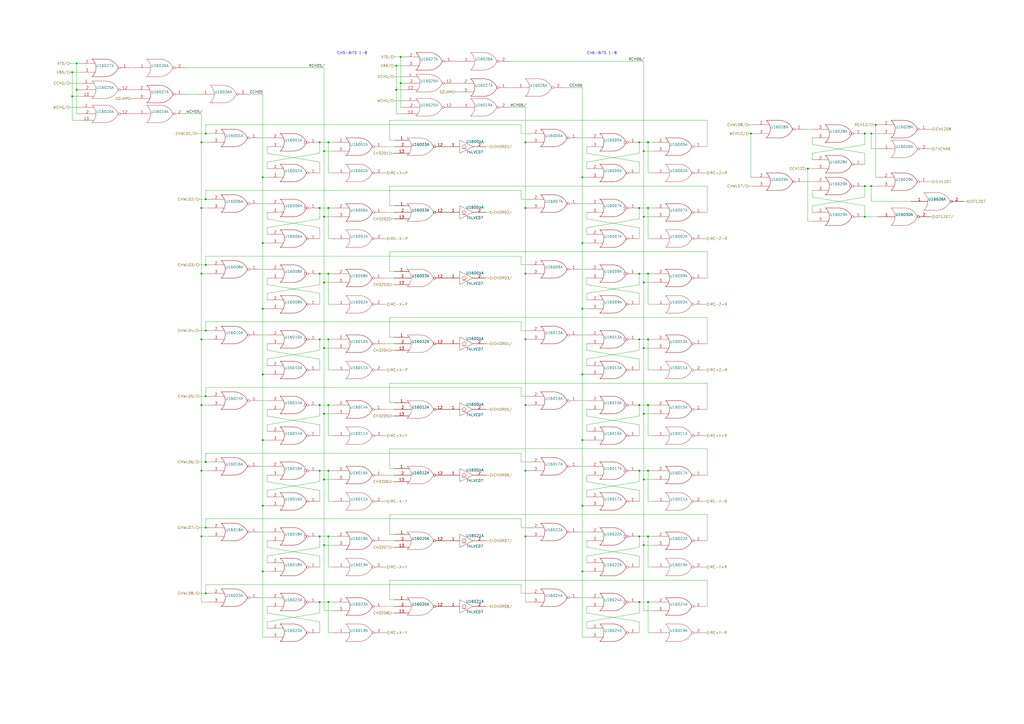
<source format=kicad_sch>
(kicad_sch (version 20211123) (generator eeschema)
  (paper "A2")
  (junction (at 152.4 179.07))
  (junction (at 116.84 196.85))
  (junction (at 370.84 82.55))
  (junction (at 119.38 115.57))
  (junction (at 229.87 52.07))
  (junction (at 190.5 196.85))
  (junction (at 187.96 278.13))
  (junction (at 373.38 87.63))
  (junction (at 375.92 273.05))
  (junction (at 116.84 82.55))
  (junction (at 119.38 306.07))
  (junction (at 185.42 273.05))
  (junction (at 44.45 52.07))
  (junction (at 185.42 120.65))
  (junction (at 190.5 82.55))
  (junction (at 337.82 102.87))
  (junction (at 375.92 196.85))
  (junction (at 190.5 311.15))
  (junction (at 337.82 255.27))
  (junction (at 190.5 158.75))
  (junction (at 304.8 234.95))
  (junction (at 41.91 55.88))
  (junction (at 435.61 77.47))
  (junction (at 304.8 196.85))
  (junction (at 116.84 273.05))
  (junction (at 505.46 77.47))
  (junction (at 375.92 311.15))
  (junction (at 468.63 97.79))
  (junction (at 370.84 234.95))
  (junction (at 373.38 125.73))
  (junction (at 370.84 349.25))
  (junction (at 373.38 316.23))
  (junction (at 375.92 120.65))
  (junction (at 304.8 311.15))
  (junction (at 375.92 234.95))
  (junction (at 187.96 240.03))
  (junction (at 119.38 267.97))
  (junction (at 187.96 316.23))
  (junction (at 375.92 158.75))
  (junction (at 304.8 82.55))
  (junction (at 116.84 311.15))
  (junction (at 185.42 82.55))
  (junction (at 116.84 234.95))
  (junction (at 501.65 77.47))
  (junction (at 373.38 201.93))
  (junction (at 185.42 349.25))
  (junction (at 370.84 120.65))
  (junction (at 44.45 36.83))
  (junction (at 337.82 331.47))
  (junction (at 370.84 158.75))
  (junction (at 152.4 217.17))
  (junction (at 119.38 229.87))
  (junction (at 232.41 33.02))
  (junction (at 187.96 125.73))
  (junction (at 229.87 38.1))
  (junction (at 373.38 163.83))
  (junction (at 370.84 311.15))
  (junction (at 501.65 125.73))
  (junction (at 190.5 273.05))
  (junction (at 190.5 120.65))
  (junction (at 185.42 311.15))
  (junction (at 508 72.39))
  (junction (at 116.84 120.65))
  (junction (at 152.4 331.47))
  (junction (at 375.92 82.55))
  (junction (at 187.96 201.93))
  (junction (at 185.42 234.95))
  (junction (at 190.5 234.95))
  (junction (at 187.96 87.63))
  (junction (at 370.84 273.05))
  (junction (at 337.82 179.07))
  (junction (at 375.92 349.25))
  (junction (at 119.38 344.17))
  (junction (at 119.38 153.67))
  (junction (at 373.38 240.03))
  (junction (at 190.5 349.25))
  (junction (at 119.38 77.47))
  (junction (at 232.41 48.26))
  (junction (at 152.4 102.87))
  (junction (at 304.8 273.05))
  (junction (at 505.46 107.95))
  (junction (at 373.38 278.13))
  (junction (at 152.4 293.37))
  (junction (at 116.84 158.75))
  (junction (at 337.82 217.17))
  (junction (at 185.42 196.85))
  (junction (at 304.8 120.65))
  (junction (at 337.82 293.37))
  (junction (at 152.4 140.97))
  (junction (at 119.38 191.77))
  (junction (at 304.8 158.75))
  (junction (at 185.42 158.75))
  (junction (at 337.82 140.97))
  (junction (at 41.91 41.91))
  (junction (at 501.65 107.95))
  (junction (at 187.96 163.83))
  (junction (at 370.84 196.85))
  (junction (at 152.4 255.27))
  (wire (pts (xy 304.8 234.95) (xy 304.8 273.05)))
  (wire (pts (xy 185.42 93.98) (xy 154.94 88.9)))
  (wire (pts (xy 302.26 339.09) (xy 302.26 344.17)))
  (wire (pts (xy 232.41 48.26) (xy 233.68 48.26)))
  (wire (pts (xy 370.84 311.15) (xy 370.84 317.5)))
  (wire (pts (xy 185.42 82.55) (xy 185.42 88.9)))
  (wire (pts (xy 151.13 156.21) (xy 154.94 156.21)))
  (wire (pts (xy 284.48 123.19) (xy 281.94 123.19)))
  (wire (pts (xy 226.06 222.25) (xy 226.06 233.68)))
  (wire (pts (xy 370.84 241.3) (xy 340.36 246.38)))
  (wire (pts (xy 185.42 234.95) (xy 190.5 234.95)))
  (wire (pts (xy 375.92 176.53) (xy 378.46 176.53)))
  (wire (pts (xy 506.73 72.39) (xy 508 72.39)))
  (wire (pts (xy 370.84 120.65) (xy 375.92 120.65)))
  (wire (pts (xy 370.84 246.38) (xy 340.36 241.3)))
  (wire (pts (xy 226.06 298.45) (xy 226.06 309.88)))
  (wire (pts (xy 264.16 62.23) (xy 265.43 62.23)))
  (wire (pts (xy 154.94 208.28) (xy 154.94 212.09)))
  (wire (pts (xy 152.4 331.47) (xy 152.4 369.57)))
  (wire (pts (xy 370.84 360.68) (xy 340.36 355.6)))
  (wire (pts (xy 41.91 41.91) (xy 45.72 41.91)))
  (wire (pts (xy 116.84 273.05) (xy 120.65 273.05)))
  (wire (pts (xy 187.96 240.03) (xy 187.96 278.13)))
  (wire (pts (xy 375.92 82.55) (xy 378.46 82.55)))
  (wire (pts (xy 340.36 102.87) (xy 337.82 102.87)))
  (wire (pts (xy 185.42 100.33) (xy 185.42 93.98)))
  (wire (pts (xy 119.38 77.47) (xy 119.38 72.39)))
  (wire (pts (xy 223.52 313.69) (xy 228.6 313.69)))
  (wire (pts (xy 435.61 102.87) (xy 436.88 102.87)))
  (wire (pts (xy 304.8 120.65) (xy 306.07 120.65)))
  (wire (pts (xy 190.5 273.05) (xy 193.04 273.05)))
  (wire (pts (xy 190.5 367.03) (xy 193.04 367.03)))
  (wire (pts (xy 233.68 58.42) (xy 228.6 58.42)))
  (wire (pts (xy 151.13 308.61) (xy 154.94 308.61)))
  (wire (pts (xy 501.65 114.3) (xy 471.17 119.38)))
  (wire (pts (xy 190.5 349.25) (xy 190.5 367.03)))
  (wire (pts (xy 471.17 114.3) (xy 471.17 110.49)))
  (wire (pts (xy 119.38 306.07) (xy 119.38 300.99)))
  (wire (pts (xy 152.4 179.07) (xy 152.4 217.17)))
  (wire (pts (xy 116.84 120.65) (xy 120.65 120.65)))
  (wire (pts (xy 337.82 50.8) (xy 327.66 50.8)))
  (wire (pts (xy 370.84 196.85) (xy 375.92 196.85)))
  (wire (pts (xy 154.94 127) (xy 154.94 123.19)))
  (wire (pts (xy 509.27 102.87) (xy 508 102.87)))
  (wire (pts (xy 375.92 367.03) (xy 378.46 367.03)))
  (wire (pts (xy 119.38 115.57) (xy 119.38 110.49)))
  (wire (pts (xy 40.64 36.83) (xy 44.45 36.83)))
  (wire (pts (xy 561.34 116.84) (xy 558.8 116.84)))
  (wire (pts (xy 373.38 278.13) (xy 373.38 316.23)))
  (wire (pts (xy 304.8 349.25) (xy 306.07 349.25)))
  (wire (pts (xy 228.6 33.02) (xy 232.41 33.02)))
  (wire (pts (xy 229.87 38.1) (xy 229.87 52.07)))
  (wire (pts (xy 370.84 208.28) (xy 340.36 203.2)))
  (wire (pts (xy 44.45 52.07) (xy 44.45 66.04)))
  (wire (pts (xy 340.36 127) (xy 340.36 123.19)))
  (wire (pts (xy 45.72 48.26) (xy 40.64 48.26)))
  (wire (pts (xy 337.82 179.07) (xy 340.36 179.07)))
  (wire (pts (xy 185.42 273.05) (xy 190.5 273.05)))
  (wire (pts (xy 302.26 110.49) (xy 302.26 115.57)))
  (wire (pts (xy 370.84 214.63) (xy 370.84 208.28)))
  (wire (pts (xy 410.21 199.39) (xy 410.21 184.15)))
  (wire (pts (xy 185.42 290.83) (xy 185.42 284.48)))
  (wire (pts (xy 185.42 317.5) (xy 154.94 322.58)))
  (wire (pts (xy 306.07 82.55) (xy 304.8 82.55)))
  (wire (pts (xy 336.55 308.61) (xy 340.36 308.61)))
  (wire (pts (xy 304.8 158.75) (xy 306.07 158.75)))
  (wire (pts (xy 190.5 120.65) (xy 193.04 120.65)))
  (wire (pts (xy 336.55 80.01) (xy 340.36 80.01)))
  (wire (pts (xy 190.5 82.55) (xy 193.04 82.55)))
  (wire (pts (xy 227.33 127) (xy 228.6 127)))
  (wire (pts (xy 119.38 229.87) (xy 120.65 229.87)))
  (wire (pts (xy 375.92 234.95) (xy 378.46 234.95)))
  (wire (pts (xy 467.36 74.93) (xy 471.17 74.93)))
  (wire (pts (xy 152.4 217.17) (xy 152.4 255.27)))
  (wire (pts (xy 373.38 35.56) (xy 373.38 87.63)))
  (wire (pts (xy 227.33 203.2) (xy 228.6 203.2)))
  (wire (pts (xy 152.4 140.97) (xy 152.4 179.07)))
  (wire (pts (xy 187.96 354.33) (xy 193.04 354.33)))
  (wire (pts (xy 41.91 55.88) (xy 41.91 69.85)))
  (wire (pts (xy 185.42 252.73) (xy 185.42 246.38)))
  (wire (pts (xy 408.94 123.19) (xy 410.21 123.19)))
  (wire (pts (xy 408.94 199.39) (xy 410.21 199.39)))
  (wire (pts (xy 370.84 170.18) (xy 340.36 165.1)))
  (wire (pts (xy 116.84 158.75) (xy 120.65 158.75)))
  (wire (pts (xy 505.46 107.95) (xy 505.46 116.84)))
  (wire (pts (xy 370.84 284.48) (xy 340.36 279.4)))
  (wire (pts (xy 185.42 328.93) (xy 185.42 322.58)))
  (wire (pts (xy 370.84 279.4) (xy 340.36 284.48)))
  (wire (pts (xy 154.94 317.5) (xy 154.94 313.69)))
  (wire (pts (xy 375.92 311.15) (xy 375.92 328.93)))
  (wire (pts (xy 375.92 214.63) (xy 378.46 214.63)))
  (wire (pts (xy 226.06 184.15) (xy 226.06 195.58)))
  (wire (pts (xy 187.96 39.37) (xy 187.96 87.63)))
  (wire (pts (xy 107.95 54.61) (xy 114.3 54.61)))
  (wire (pts (xy 190.5 290.83) (xy 193.04 290.83)))
  (wire (pts (xy 410.21 123.19) (xy 410.21 107.95)))
  (wire (pts (xy 119.38 72.39) (xy 302.26 72.39)))
  (wire (pts (xy 337.82 50.8) (xy 337.82 102.87)))
  (wire (pts (xy 302.26 115.57) (xy 306.07 115.57)))
  (wire (pts (xy 501.65 77.47) (xy 501.65 83.82)))
  (wire (pts (xy 154.94 246.38) (xy 154.94 250.19)))
  (wire (pts (xy 370.84 273.05) (xy 370.84 279.4)))
  (wire (pts (xy 185.42 120.65) (xy 185.42 127)))
  (wire (pts (xy 115.57 153.67) (xy 119.38 153.67)))
  (wire (pts (xy 375.92 234.95) (xy 375.92 252.73)))
  (wire (pts (xy 541.02 74.93) (xy 539.75 74.93)))
  (wire (pts (xy 304.8 234.95) (xy 306.07 234.95)))
  (wire (pts (xy 41.91 41.91) (xy 41.91 55.88)))
  (wire (pts (xy 115.57 229.87) (xy 119.38 229.87)))
  (wire (pts (xy 340.36 132.08) (xy 340.36 135.89)))
  (wire (pts (xy 116.84 196.85) (xy 120.65 196.85)))
  (wire (pts (xy 408.94 85.09) (xy 410.21 85.09)))
  (wire (pts (xy 340.36 88.9) (xy 340.36 85.09)))
  (wire (pts (xy 302.26 229.87) (xy 306.07 229.87)))
  (wire (pts (xy 116.84 311.15) (xy 116.84 349.25)))
  (wire (pts (xy 116.84 273.05) (xy 116.84 311.15)))
  (wire (pts (xy 119.38 306.07) (xy 120.65 306.07)))
  (wire (pts (xy 505.46 116.84) (xy 528.32 116.84)))
  (wire (pts (xy 229.87 66.04) (xy 233.68 66.04)))
  (wire (pts (xy 226.06 146.05) (xy 226.06 157.48)))
  (wire (pts (xy 151.13 194.31) (xy 154.94 194.31)))
  (wire (pts (xy 116.84 120.65) (xy 116.84 158.75)))
  (wire (pts (xy 115.57 344.17) (xy 119.38 344.17)))
  (wire (pts (xy 505.46 77.47) (xy 509.27 77.47)))
  (wire (pts (xy 119.38 229.87) (xy 119.38 224.79)))
  (wire (pts (xy 370.84 311.15) (xy 375.92 311.15)))
  (wire (pts (xy 190.5 100.33) (xy 193.04 100.33)))
  (wire (pts (xy 185.42 82.55) (xy 190.5 82.55)))
  (wire (pts (xy 151.13 80.01) (xy 154.94 80.01)))
  (wire (pts (xy 185.42 158.75) (xy 190.5 158.75)))
  (wire (pts (xy 190.5 158.75) (xy 190.5 176.53)))
  (wire (pts (xy 375.92 349.25) (xy 378.46 349.25)))
  (wire (pts (xy 152.4 179.07) (xy 154.94 179.07)))
  (wire (pts (xy 119.38 110.49) (xy 302.26 110.49)))
  (wire (pts (xy 410.21 100.33) (xy 408.94 100.33)))
  (wire (pts (xy 302.26 262.89) (xy 302.26 267.97)))
  (wire (pts (xy 185.42 170.18) (xy 154.94 165.1)))
  (wire (pts (xy 185.42 208.28) (xy 154.94 203.2)))
  (wire (pts (xy 226.06 157.48) (xy 228.6 157.48)))
  (wire (pts (xy 44.45 66.04) (xy 45.72 66.04)))
  (wire (pts (xy 410.21 107.95) (xy 226.06 107.95)))
  (wire (pts (xy 154.94 88.9) (xy 154.94 85.09)))
  (wire (pts (xy 119.38 191.77) (xy 120.65 191.77)))
  (wire (pts (xy 373.38 201.93) (xy 373.38 240.03)))
  (wire (pts (xy 410.21 184.15) (xy 226.06 184.15)))
  (wire (pts (xy 116.84 196.85) (xy 116.84 234.95)))
  (wire (pts (xy 501.65 107.95) (xy 501.65 114.3)))
  (wire (pts (xy 375.92 290.83) (xy 378.46 290.83)))
  (wire (pts (xy 370.84 273.05) (xy 375.92 273.05)))
  (wire (pts (xy 302.26 344.17) (xy 306.07 344.17)))
  (wire (pts (xy 223.52 275.59) (xy 228.6 275.59)))
  (wire (pts (xy 370.84 93.98) (xy 340.36 88.9)))
  (wire (pts (xy 190.5 273.05) (xy 190.5 290.83)))
  (wire (pts (xy 284.48 313.69) (xy 281.94 313.69)))
  (wire (pts (xy 375.92 196.85) (xy 378.46 196.85)))
  (wire (pts (xy 154.94 279.4) (xy 154.94 275.59)))
  (wire (pts (xy 284.48 237.49) (xy 281.94 237.49)))
  (wire (pts (xy 115.57 267.97) (xy 119.38 267.97)))
  (wire (pts (xy 337.82 217.17) (xy 340.36 217.17)))
  (wire (pts (xy 370.84 82.55) (xy 370.84 88.9)))
  (wire (pts (xy 370.84 317.5) (xy 340.36 322.58)))
  (wire (pts (xy 434.34 77.47) (xy 435.61 77.47)))
  (wire (pts (xy 190.5 311.15) (xy 193.04 311.15)))
  (wire (pts (xy 373.38 125.73) (xy 373.38 163.83)))
  (wire (pts (xy 190.5 196.85) (xy 193.04 196.85)))
  (wire (pts (xy 370.84 158.75) (xy 370.84 165.1)))
  (wire (pts (xy 190.5 120.65) (xy 190.5 138.43)))
  (wire (pts (xy 337.82 293.37) (xy 337.82 331.47)))
  (wire (pts (xy 187.96 240.03) (xy 193.04 240.03)))
  (wire (pts (xy 408.94 237.49) (xy 410.21 237.49)))
  (wire (pts (xy 370.84 127) (xy 340.36 132.08)))
  (wire (pts (xy 119.38 262.89) (xy 302.26 262.89)))
  (wire (pts (xy 375.92 311.15) (xy 378.46 311.15)))
  (wire (pts (xy 336.55 194.31) (xy 340.36 194.31)))
  (wire (pts (xy 119.38 115.57) (xy 120.65 115.57)))
  (wire (pts (xy 370.84 290.83) (xy 370.84 284.48)))
  (wire (pts (xy 370.84 252.73) (xy 370.84 246.38)))
  (wire (pts (xy 227.33 241.3) (xy 228.6 241.3)))
  (wire (pts (xy 509.27 125.73) (xy 501.65 125.73)))
  (wire (pts (xy 468.63 128.27) (xy 471.17 128.27)))
  (wire (pts (xy 185.42 349.25) (xy 185.42 355.6)))
  (wire (pts (xy 373.38 125.73) (xy 378.46 125.73)))
  (wire (pts (xy 185.42 165.1) (xy 154.94 170.18)))
  (wire (pts (xy 151.13 270.51) (xy 154.94 270.51)))
  (wire (pts (xy 187.96 278.13) (xy 187.96 316.23)))
  (wire (pts (xy 370.84 328.93) (xy 370.84 322.58)))
  (wire (pts (xy 185.42 311.15) (xy 185.42 317.5)))
  (wire (pts (xy 185.42 246.38) (xy 154.94 241.3)))
  (wire (pts (xy 187.96 201.93) (xy 187.96 240.03)))
  (wire (pts (xy 541.02 86.36) (xy 539.75 86.36)))
  (wire (pts (xy 501.65 77.47) (xy 505.46 77.47)))
  (wire (pts (xy 505.46 107.95) (xy 509.27 107.95)))
  (wire (pts (xy 337.82 293.37) (xy 340.36 293.37)))
  (wire (pts (xy 190.5 328.93) (xy 193.04 328.93)))
  (wire (pts (xy 226.06 69.85) (xy 226.06 81.28)))
  (wire (pts (xy 336.55 118.11) (xy 340.36 118.11)))
  (wire (pts (xy 185.42 311.15) (xy 190.5 311.15)))
  (wire (pts (xy 467.36 97.79) (xy 468.63 97.79)))
  (wire (pts (xy 116.84 349.25) (xy 120.65 349.25)))
  (wire (pts (xy 223.52 123.19) (xy 228.6 123.19)))
  (wire (pts (xy 119.38 339.09) (xy 302.26 339.09)))
  (wire (pts (xy 337.82 140.97) (xy 337.82 179.07)))
  (wire (pts (xy 295.91 50.8) (xy 297.18 50.8)))
  (wire (pts (xy 185.42 88.9) (xy 154.94 93.98)))
  (wire (pts (xy 410.21 161.29) (xy 410.21 146.05)))
  (wire (pts (xy 340.36 170.18) (xy 340.36 173.99)))
  (wire (pts (xy 154.94 203.2) (xy 154.94 199.39)))
  (wire (pts (xy 302.26 224.79) (xy 302.26 229.87)))
  (wire (pts (xy 265.43 53.34) (xy 264.16 53.34)))
  (wire (pts (xy 154.94 284.48) (xy 154.94 288.29)))
  (wire (pts (xy 185.42 120.65) (xy 190.5 120.65)))
  (wire (pts (xy 373.38 240.03) (xy 373.38 278.13)))
  (wire (pts (xy 302.26 148.59) (xy 302.26 153.67)))
  (wire (pts (xy 44.45 36.83) (xy 45.72 36.83)))
  (wire (pts (xy 119.38 224.79) (xy 302.26 224.79)))
  (wire (pts (xy 373.38 278.13) (xy 378.46 278.13)))
  (wire (pts (xy 302.26 186.69) (xy 302.26 191.77)))
  (wire (pts (xy 226.06 107.95) (xy 226.06 119.38)))
  (wire (pts (xy 227.33 165.1) (xy 228.6 165.1)))
  (wire (pts (xy 119.38 153.67) (xy 119.38 148.59)))
  (wire (pts (xy 190.5 214.63) (xy 193.04 214.63)))
  (wire (pts (xy 337.82 331.47) (xy 337.82 369.57)))
  (wire (pts (xy 370.84 234.95) (xy 375.92 234.95)))
  (wire (pts (xy 375.92 196.85) (xy 375.92 214.63)))
  (wire (pts (xy 467.36 105.41) (xy 471.17 105.41)))
  (wire (pts (xy 119.38 300.99) (xy 302.26 300.99)))
  (wire (pts (xy 224.79 100.33) (xy 223.52 100.33)))
  (wire (pts (xy 40.64 41.91) (xy 41.91 41.91)))
  (wire (pts (xy 501.65 88.9) (xy 471.17 83.82)))
  (wire (pts (xy 154.94 165.1) (xy 154.94 161.29)))
  (wire (pts (xy 410.21 237.49) (xy 410.21 222.25)))
  (wire (pts (xy 116.84 82.55) (xy 116.84 120.65)))
  (wire (pts (xy 410.21 138.43) (xy 408.94 138.43)))
  (wire (pts (xy 185.42 203.2) (xy 154.94 208.28)))
  (wire (pts (xy 41.91 69.85) (xy 45.72 69.85)))
  (wire (pts (xy 337.82 179.07) (xy 337.82 217.17)))
  (wire (pts (xy 284.48 199.39) (xy 281.94 199.39)))
  (wire (pts (xy 340.36 246.38) (xy 340.36 250.19)))
  (wire (pts (xy 119.38 267.97) (xy 120.65 267.97)))
  (wire (pts (xy 501.65 95.25) (xy 501.65 88.9)))
  (wire (pts (xy 152.4 54.61) (xy 152.4 102.87)))
  (wire (pts (xy 264.16 35.56) (xy 265.43 35.56)))
  (wire (pts (xy 227.33 317.5) (xy 228.6 317.5)))
  (wire (pts (xy 304.8 196.85) (xy 304.8 234.95)))
  (wire (pts (xy 434.34 107.95) (xy 436.88 107.95)))
  (wire (pts (xy 302.26 77.47) (xy 306.07 77.47)))
  (wire (pts (xy 226.06 119.38) (xy 228.6 119.38)))
  (wire (pts (xy 44.45 52.07) (xy 45.72 52.07)))
  (wire (pts (xy 501.65 83.82) (xy 471.17 88.9)))
  (wire (pts (xy 119.38 148.59) (xy 302.26 148.59)))
  (wire (pts (xy 187.96 125.73) (xy 193.04 125.73)))
  (wire (pts (xy 185.42 214.63) (xy 185.42 208.28)))
  (wire (pts (xy 304.8 196.85) (xy 306.07 196.85)))
  (wire (pts (xy 336.55 270.51) (xy 340.36 270.51)))
  (wire (pts (xy 370.84 176.53) (xy 370.84 170.18)))
  (wire (pts (xy 410.21 222.25) (xy 226.06 222.25)))
  (wire (pts (xy 434.34 72.39) (xy 436.88 72.39)))
  (wire (pts (xy 116.84 158.75) (xy 116.84 196.85)))
  (wire (pts (xy 370.84 349.25) (xy 375.92 349.25)))
  (wire (pts (xy 151.13 232.41) (xy 154.94 232.41)))
  (wire (pts (xy 370.84 355.6) (xy 340.36 360.68)))
  (wire (pts (xy 471.17 119.38) (xy 471.17 123.19)))
  (wire (pts (xy 185.42 158.75) (xy 185.42 165.1)))
  (wire (pts (xy 229.87 38.1) (xy 233.68 38.1)))
  (wire (pts (xy 152.4 255.27) (xy 154.94 255.27)))
  (wire (pts (xy 185.42 127) (xy 154.94 132.08)))
  (wire (pts (xy 370.84 165.1) (xy 340.36 170.18)))
  (wire (pts (xy 227.33 279.4) (xy 228.6 279.4)))
  (wire (pts (xy 336.55 346.71) (xy 340.36 346.71)))
  (wire (pts (xy 505.46 86.36) (xy 509.27 86.36)))
  (wire (pts (xy 505.46 77.47) (xy 505.46 86.36)))
  (wire (pts (xy 340.36 165.1) (xy 340.36 161.29)))
  (wire (pts (xy 340.36 317.5) (xy 340.36 313.69)))
  (wire (pts (xy 375.92 252.73) (xy 378.46 252.73)))
  (wire (pts (xy 375.92 349.25) (xy 375.92 367.03)))
  (wire (pts (xy 337.82 331.47) (xy 340.36 331.47)))
  (wire (pts (xy 302.26 306.07) (xy 306.07 306.07)))
  (wire (pts (xy 185.42 132.08) (xy 154.94 127)))
  (wire (pts (xy 375.92 120.65) (xy 375.92 138.43)))
  (wire (pts (xy 304.8 311.15) (xy 306.07 311.15)))
  (wire (pts (xy 284.48 351.79) (xy 281.94 351.79)))
  (wire (pts (xy 152.4 293.37) (xy 154.94 293.37)))
  (wire (pts (xy 284.48 85.09) (xy 281.94 85.09)))
  (wire (pts (xy 226.06 81.28) (xy 228.6 81.28)))
  (wire (pts (xy 187.96 316.23) (xy 187.96 354.33)))
  (wire (pts (xy 226.06 195.58) (xy 228.6 195.58)))
  (wire (pts (xy 410.21 252.73) (xy 408.94 252.73)))
  (wire (pts (xy 373.38 201.93) (xy 378.46 201.93)))
  (wire (pts (xy 410.21 351.79) (xy 410.21 336.55)))
  (wire (pts (xy 304.8 82.55) (xy 304.8 120.65)))
  (wire (pts (xy 224.79 214.63) (xy 223.52 214.63)))
  (wire (pts (xy 408.94 275.59) (xy 410.21 275.59)))
  (wire (pts (xy 41.91 55.88) (xy 45.72 55.88)))
  (wire (pts (xy 190.5 349.25) (xy 193.04 349.25)))
  (wire (pts (xy 410.21 367.03) (xy 408.94 367.03)))
  (wire (pts (xy 190.5 82.55) (xy 190.5 100.33)))
  (wire (pts (xy 370.84 138.43) (xy 370.84 132.08)))
  (wire (pts (xy 410.21 298.45) (xy 226.06 298.45)))
  (wire (pts (xy 375.92 100.33) (xy 378.46 100.33)))
  (wire (pts (xy 154.94 132.08) (xy 154.94 135.89)))
  (wire (pts (xy 190.5 176.53) (xy 193.04 176.53)))
  (wire (pts (xy 185.42 241.3) (xy 154.94 246.38)))
  (wire (pts (xy 410.21 313.69) (xy 410.21 298.45)))
  (wire (pts (xy 226.06 309.88) (xy 228.6 309.88)))
  (wire (pts (xy 76.2 39.37) (xy 77.47 39.37)))
  (wire (pts (xy 154.94 102.87) (xy 152.4 102.87)))
  (wire (pts (xy 44.45 36.83) (xy 44.45 52.07)))
  (wire (pts (xy 304.8 158.75) (xy 304.8 196.85)))
  (wire (pts (xy 185.42 355.6) (xy 154.94 360.68)))
  (wire (pts (xy 340.36 355.6) (xy 340.36 351.79)))
  (wire (pts (xy 190.5 234.95) (xy 193.04 234.95)))
  (wire (pts (xy 337.82 140.97) (xy 340.36 140.97)))
  (wire (pts (xy 187.96 163.83) (xy 193.04 163.83)))
  (wire (pts (xy 336.55 156.21) (xy 340.36 156.21)))
  (wire (pts (xy 226.06 233.68) (xy 228.6 233.68)))
  (wire (pts (xy 226.06 336.55) (xy 226.06 347.98)))
  (wire (pts (xy 187.96 39.37) (xy 107.95 39.37)))
  (wire (pts (xy 337.82 102.87) (xy 337.82 140.97)))
  (wire (pts (xy 378.46 87.63) (xy 373.38 87.63)))
  (wire (pts (xy 226.06 347.98) (xy 228.6 347.98)))
  (wire (pts (xy 223.52 161.29) (xy 228.6 161.29)))
  (wire (pts (xy 370.84 196.85) (xy 370.84 203.2)))
  (wire (pts (xy 370.84 88.9) (xy 340.36 93.98)))
  (wire (pts (xy 227.33 88.9) (xy 228.6 88.9)))
  (wire (pts (xy 410.21 260.35) (xy 226.06 260.35)))
  (wire (pts (xy 375.92 158.75) (xy 378.46 158.75)))
  (wire (pts (xy 508 72.39) (xy 509.27 72.39)))
  (wire (pts (xy 410.21 85.09) (xy 410.21 69.85)))
  (wire (pts (xy 119.38 77.47) (xy 120.65 77.47)))
  (wire (pts (xy 224.79 176.53) (xy 223.52 176.53)))
  (wire (pts (xy 152.4 102.87) (xy 152.4 140.97)))
  (wire (pts (xy 468.63 97.79) (xy 471.17 97.79)))
  (wire (pts (xy 232.41 48.26) (xy 232.41 62.23)))
  (wire (pts (xy 410.21 290.83) (xy 408.94 290.83)))
  (wire (pts (xy 116.84 66.04) (xy 116.84 82.55)))
  (wire (pts (xy 370.84 349.25) (xy 370.84 355.6)))
  (wire (pts (xy 223.52 237.49) (xy 228.6 237.49)))
  (wire (pts (xy 115.57 115.57) (xy 119.38 115.57)))
  (wire (pts (xy 185.42 196.85) (xy 185.42 203.2)))
  (wire (pts (xy 232.41 62.23) (xy 233.68 62.23)))
  (wire (pts (xy 337.82 255.27) (xy 337.82 293.37)))
  (wire (pts (xy 116.84 66.04) (xy 107.95 66.04)))
  (wire (pts (xy 304.8 273.05) (xy 306.07 273.05)))
  (wire (pts (xy 284.48 275.59) (xy 281.94 275.59)))
  (wire (pts (xy 76.2 57.15) (xy 77.47 57.15)))
  (wire (pts (xy 152.4 255.27) (xy 152.4 293.37)))
  (wire (pts (xy 375.92 273.05) (xy 375.92 290.83)))
  (wire (pts (xy 190.5 311.15) (xy 190.5 328.93)))
  (wire (pts (xy 375.92 158.75) (xy 375.92 176.53)))
  (wire (pts (xy 224.79 328.93) (xy 223.52 328.93)))
  (wire (pts (xy 152.4 54.61) (xy 144.78 54.61)))
  (wire (pts (xy 408.94 313.69) (xy 410.21 313.69)))
  (wire (pts (xy 116.84 234.95) (xy 120.65 234.95)))
  (wire (pts (xy 340.36 360.68) (xy 340.36 364.49)))
  (wire (pts (xy 408.94 161.29) (xy 410.21 161.29)))
  (wire (pts (xy 408.94 351.79) (xy 410.21 351.79)))
  (wire (pts (xy 116.84 311.15) (xy 120.65 311.15)))
  (wire (pts (xy 373.38 163.83) (xy 378.46 163.83)))
  (wire (pts (xy 223.52 199.39) (xy 228.6 199.39)))
  (wire (pts (xy 340.36 208.28) (xy 340.36 212.09)))
  (wire (pts (xy 152.4 369.57) (xy 154.94 369.57)))
  (wire (pts (xy 410.21 69.85) (xy 226.06 69.85)))
  (wire (pts (xy 119.38 186.69) (xy 302.26 186.69)))
  (wire (pts (xy 76.2 66.04) (xy 77.47 66.04)))
  (wire (pts (xy 223.52 85.09) (xy 228.6 85.09)))
  (wire (pts (xy 375.92 273.05) (xy 378.46 273.05)))
  (wire (pts (xy 185.42 284.48) (xy 154.94 279.4)))
  (wire (pts (xy 410.21 275.59) (xy 410.21 260.35)))
  (wire (pts (xy 370.84 203.2) (xy 340.36 208.28)))
  (wire (pts (xy 116.84 234.95) (xy 116.84 273.05)))
  (wire (pts (xy 375.92 138.43) (xy 378.46 138.43)))
  (wire (pts (xy 120.65 82.55) (xy 116.84 82.55)))
  (wire (pts (xy 284.48 161.29) (xy 281.94 161.29)))
  (wire (pts (xy 228.6 38.1) (xy 229.87 38.1)))
  (wire (pts (xy 336.55 232.41) (xy 340.36 232.41)))
  (wire (pts (xy 541.02 105.41) (xy 539.75 105.41)))
  (wire (pts (xy 337.82 217.17) (xy 337.82 255.27)))
  (wire (pts (xy 340.36 93.98) (xy 340.36 97.79)))
  (wire (pts (xy 190.5 234.95) (xy 190.5 252.73)))
  (wire (pts (xy 501.65 125.73) (xy 501.65 119.38)))
  (wire (pts (xy 226.06 271.78) (xy 228.6 271.78)))
  (wire (pts (xy 232.41 33.02) (xy 232.41 48.26)))
  (wire (pts (xy 471.17 88.9) (xy 471.17 92.71)))
  (wire (pts (xy 304.8 273.05) (xy 304.8 311.15)))
  (wire (pts (xy 233.68 44.45) (xy 228.6 44.45)))
  (wire (pts (xy 151.13 118.11) (xy 154.94 118.11)))
  (wire (pts (xy 375.92 82.55) (xy 375.92 100.33)))
  (wire (pts (xy 77.47 52.07) (xy 76.2 52.07)))
  (wire (pts (xy 229.87 52.07) (xy 229.87 66.04)))
  (wire (pts (xy 152.4 217.17) (xy 154.94 217.17)))
  (wire (pts (xy 471.17 83.82) (xy 471.17 80.01)))
  (wire (pts (xy 370.84 82.55) (xy 375.92 82.55)))
  (wire (pts (xy 185.42 279.4) (xy 154.94 284.48)))
  (wire (pts (xy 154.94 241.3) (xy 154.94 237.49)))
  (wire (pts (xy 435.61 77.47) (xy 436.88 77.47)))
  (wire (pts (xy 185.42 360.68) (xy 154.94 355.6)))
  (wire (pts (xy 154.94 322.58) (xy 154.94 326.39)))
  (wire (pts (xy 223.52 351.79) (xy 228.6 351.79)))
  (wire (pts (xy 154.94 170.18) (xy 154.94 173.99)))
  (wire (pts (xy 370.84 367.03) (xy 370.84 360.68)))
  (wire (pts (xy 187.96 278.13) (xy 193.04 278.13)))
  (wire (pts (xy 541.02 125.73) (xy 539.75 125.73)))
  (wire (pts (xy 119.38 344.17) (xy 119.38 339.09)))
  (wire (pts (xy 304.8 62.23) (xy 304.8 82.55)))
  (wire (pts (xy 375.92 120.65) (xy 378.46 120.65)))
  (wire (pts (xy 185.42 367.03) (xy 185.42 360.68)))
  (wire (pts (xy 337.82 369.57) (xy 340.36 369.57)))
  (wire (pts (xy 302.26 72.39) (xy 302.26 77.47)))
  (wire (pts (xy 115.57 306.07) (xy 119.38 306.07)))
  (wire (pts (xy 304.8 120.65) (xy 304.8 158.75)))
  (wire (pts (xy 185.42 176.53) (xy 185.42 170.18)))
  (wire (pts (xy 224.79 290.83) (xy 223.52 290.83)))
  (wire (pts (xy 302.26 300.99) (xy 302.26 306.07)))
  (wire (pts (xy 375.92 328.93) (xy 378.46 328.93)))
  (wire (pts (xy 185.42 349.25) (xy 190.5 349.25)))
  (wire (pts (xy 373.38 354.33) (xy 378.46 354.33)))
  (wire (pts (xy 224.79 252.73) (xy 223.52 252.73)))
  (wire (pts (xy 370.84 132.08) (xy 340.36 127)))
  (wire (pts (xy 229.87 52.07) (xy 233.68 52.07)))
  (wire (pts (xy 193.04 87.63) (xy 187.96 87.63)))
  (wire (pts (xy 152.4 140.97) (xy 154.94 140.97)))
  (wire (pts (xy 340.36 203.2) (xy 340.36 199.39)))
  (wire (pts (xy 187.96 163.83) (xy 187.96 201.93)))
  (wire (pts (xy 190.5 196.85) (xy 190.5 214.63)))
  (wire (pts (xy 187.96 316.23) (xy 193.04 316.23)))
  (wire (pts (xy 190.5 252.73) (xy 193.04 252.73)))
  (wire (pts (xy 501.65 107.95) (xy 505.46 107.95)))
  (wire (pts (xy 435.61 77.47) (xy 435.61 102.87)))
  (wire (pts (xy 410.21 214.63) (xy 408.94 214.63)))
  (wire (pts (xy 370.84 100.33) (xy 370.84 93.98)))
  (wire (pts (xy 373.38 163.83) (xy 373.38 201.93)))
  (wire (pts (xy 370.84 234.95) (xy 370.84 241.3)))
  (wire (pts (xy 152.4 293.37) (xy 152.4 331.47)))
  (wire (pts (xy 154.94 360.68) (xy 154.94 364.49)))
  (wire (pts (xy 187.96 87.63) (xy 187.96 125.73)))
  (wire (pts (xy 302.26 191.77) (xy 306.07 191.77)))
  (wire (pts (xy 340.36 322.58) (xy 340.36 326.39)))
  (wire (pts (xy 410.21 176.53) (xy 408.94 176.53)))
  (wire (pts (xy 119.38 191.77) (xy 119.38 186.69)))
  (wire (pts (xy 154.94 355.6) (xy 154.94 351.79)))
  (wire (pts (xy 304.8 311.15) (xy 304.8 349.25)))
  (wire (pts (xy 232.41 33.02) (xy 233.68 33.02)))
  (wire (pts (xy 370.84 120.65) (xy 370.84 127)))
  (wire (pts (xy 501.65 119.38) (xy 471.17 114.3)))
  (wire (pts (xy 185.42 273.05) (xy 185.42 279.4)))
  (wire (pts (xy 373.38 240.03) (xy 378.46 240.03)))
  (wire (pts (xy 410.21 328.93) (xy 408.94 328.93)))
  (wire (pts (xy 410.21 336.55) (xy 226.06 336.55)))
  (wire (pts (xy 185.42 196.85) (xy 190.5 196.85)))
  (wire (pts (xy 185.42 322.58) (xy 154.94 317.5)))
  (wire (pts (xy 119.38 344.17) (xy 120.65 344.17)))
  (wire (pts (xy 224.79 138.43) (xy 223.52 138.43)))
  (wire (pts (xy 114.3 77.47) (xy 119.38 77.47)))
  (wire (pts (xy 151.13 346.71) (xy 154.94 346.71)))
  (wire (pts (xy 265.43 48.26) (xy 264.16 48.26)))
  (wire (pts (xy 185.42 138.43) (xy 185.42 132.08)))
  (wire (pts (xy 185.42 234.95) (xy 185.42 241.3)))
  (wire (pts (xy 370.84 322.58) (xy 340.36 317.5)))
  (wire (pts (xy 302.26 267.97) (xy 306.07 267.97)))
  (wire (pts (xy 468.63 128.27) (xy 468.63 97.79)))
  (wire (pts (xy 373.38 316.23) (xy 373.38 354.33)))
  (wire (pts (xy 370.84 158.75) (xy 375.92 158.75)))
  (wire (pts (xy 154.94 93.98) (xy 154.94 97.79)))
  (wire (pts (xy 508 102.87) (xy 508 72.39)))
  (wire (pts (xy 295.91 62.23) (xy 304.8 62.23)))
  (wire (pts (xy 119.38 267.97) (xy 119.38 262.89)))
  (wire (pts (xy 190.5 158.75) (xy 193.04 158.75)))
  (wire (pts (xy 224.79 367.03) (xy 223.52 367.03)))
  (wire (pts (xy 302.26 153.67) (xy 306.07 153.67)))
  (wire (pts (xy 45.72 62.23) (xy 40.64 62.23)))
  (wire (pts (xy 190.5 138.43) (xy 193.04 138.43)))
  (wire (pts (xy 340.36 279.4) (xy 340.36 275.59)))
  (wire (pts (xy 337.82 255.27) (xy 340.36 255.27)))
  (wire (pts (xy 187.96 125.73) (xy 187.96 163.83)))
  (wire (pts (xy 115.57 191.77) (xy 119.38 191.77)))
  (wire (pts (xy 373.38 316.23) (xy 378.46 316.23)))
  (wire (pts (xy 227.33 355.6) (xy 228.6 355.6)))
  (wire (pts (xy 119.38 153.67) (xy 120.65 153.67)))
  (wire (pts (xy 340.36 241.3) (xy 340.36 237.49)))
  (wire (pts (xy 226.06 260.35) (xy 226.06 271.78)))
  (wire (pts (xy 340.36 284.48) (xy 340.36 288.29)))
  (wire (pts (xy 373.38 35.56) (xy 295.91 35.56)))
  (wire (pts (xy 410.21 146.05) (xy 226.06 146.05)))
  (wire (pts (xy 187.96 201.93) (xy 193.04 201.93)))
  (wire (pts (xy 152.4 331.47) (xy 154.94 331.47)))
  (wire (pts (xy 373.38 87.63) (xy 373.38 125.73)))
  (text "CH6-BITS 1-8" (at 340.36 31.75 0) (effects (font (size 1.524 1.524)) (justify left bottom)))
  (text "CH5-BITS 1-8" (at 195.58 31.75 0) (effects (font (size 1.524 1.524)) (justify left bottom)))
  (label "WCH06/" (at 295.91 62.23 0) (effects (font (size 1.524 1.524))))
  (label "RCH06/" (at 364.49 35.56 0) (effects (font (size 1.524 1.524))))
  (label "RCH05/" (at 179.07 39.37 0) (effects (font (size 1.524 1.524))))
  (label "CCH05" (at 144.78 54.61 0) (effects (font (size 1.524 1.524))))
  (label "WCH05/" (at 107.95 66.04 0) (effects (font (size 1.524 1.524))))
  (label "CCH06" (at 330.2 50.8 0) (effects (font (size 1.524 1.524))))
  (hierarchical_label "CHOR04/" (shape output) (at 284.48 199.39 0) (effects (font (size 1.524 1.524))))
  (hierarchical_label "CH3202" (shape input) (at 227.33 127 180) (effects (font (size 1.524 1.524))))
  (hierarchical_label "RC+X-P" (shape output) (at 224.79 214.63 0) (effects (font (size 1.524 1.524))))
  (hierarchical_label "RC+Z-R" (shape output) (at 410.21 214.63 0) (effects (font (size 1.524 1.524))))
  (hierarchical_label "CHOR06/" (shape output) (at 284.48 275.59 0) (effects (font (size 1.524 1.524))))
  (hierarchical_label "CH3204" (shape input) (at 227.33 203.2 180) (effects (font (size 1.524 1.524))))
  (hierarchical_label "GOJAM" (shape input) (at 76.2 57.15 180) (effects (font (size 1.524 1.524))))
  (hierarchical_label "RC+Y+R" (shape output) (at 410.21 252.73 0) (effects (font (size 1.524 1.524))))
  (hierarchical_label "CHOR01/" (shape output) (at 284.48 85.09 0) (effects (font (size 1.524 1.524))))
  (hierarchical_label "CHOR02/" (shape output) (at 284.48 123.19 0) (effects (font (size 1.524 1.524))))
  (hierarchical_label "CH3207" (shape input) (at 227.33 317.5 180) (effects (font (size 1.524 1.524))))
  (hierarchical_label "CHOR03/" (shape output) (at 284.48 161.29 0) (effects (font (size 1.524 1.524))))
  (hierarchical_label "RC+Y-R" (shape output) (at 410.21 367.03 0) (effects (font (size 1.524 1.524))))
  (hierarchical_label "GOJAM" (shape input) (at 264.16 53.34 180) (effects (font (size 1.524 1.524))))
  (hierarchical_label "RCH12/" (shape input) (at 506.73 72.39 180) (effects (font (size 1.524 1.524))))
  (hierarchical_label "CHWL08/" (shape input) (at 115.57 344.17 180) (effects (font (size 1.524 1.524))))
  (hierarchical_label "CHWL05/" (shape input) (at 115.57 229.87 180) (effects (font (size 1.524 1.524))))
  (hierarchical_label "CHOR05/" (shape output) (at 284.48 237.49 0) (effects (font (size 1.524 1.524))))
  (hierarchical_label "CHWL07/" (shape input) (at 115.57 306.07 180) (effects (font (size 1.524 1.524))))
  (hierarchical_label "RC+Z+R" (shape output) (at 410.21 100.33 0) (effects (font (size 1.524 1.524))))
  (hierarchical_label "RC-X-Y" (shape output) (at 224.79 290.83 0) (effects (font (size 1.524 1.524))))
  (hierarchical_label "CCHG/" (shape input) (at 40.64 48.26 180) (effects (font (size 1.524 1.524))))
  (hierarchical_label "XT0/" (shape input) (at 40.64 36.83 180) (effects (font (size 1.524 1.524))))
  (hierarchical_label "RC-X+P" (shape output) (at 224.79 176.53 0) (effects (font (size 1.524 1.524))))
  (hierarchical_label "CH3208" (shape input) (at 227.33 355.6 180) (effects (font (size 1.524 1.524))))
  (hierarchical_label "CHOR08/" (shape output) (at 284.48 351.79 0) (effects (font (size 1.524 1.524))))
  (hierarchical_label "CHWL01/" (shape input) (at 114.3 77.47 180) (effects (font (size 1.524 1.524))))
  (hierarchical_label "CHWL08/" (shape input) (at 434.34 72.39 180) (effects (font (size 1.524 1.524))))
  (hierarchical_label "XB6/" (shape input) (at 228.6 38.1 180) (effects (font (size 1.524 1.524))))
  (hierarchical_label "CHWL06/" (shape input) (at 115.57 267.97 180) (effects (font (size 1.524 1.524))))
  (hierarchical_label "CHWL07/" (shape input) (at 434.34 107.95 180) (effects (font (size 1.524 1.524))))
  (hierarchical_label "CH3201" (shape input) (at 227.33 88.9 180) (effects (font (size 1.524 1.524))))
  (hierarchical_label "WCHG/" (shape input) (at 228.6 58.42 180) (effects (font (size 1.524 1.524))))
  (hierarchical_label "CH3203" (shape input) (at 227.33 165.1 180) (effects (font (size 1.524 1.524))))
  (hierarchical_label "CH1207" (shape output) (at 541.02 105.41 0) (effects (font (size 1.524 1.524))))
  (hierarchical_label "RC+X+P" (shape output) (at 224.79 100.33 0) (effects (font (size 1.524 1.524))))
  (hierarchical_label "WCH12/" (shape input) (at 434.34 77.47 180) (effects (font (size 1.524 1.524))))
  (hierarchical_label "RC-Z+R" (shape output) (at 410.21 176.53 0) (effects (font (size 1.524 1.524))))
  (hierarchical_label "XB5/" (shape input) (at 40.64 41.91 180) (effects (font (size 1.524 1.524))))
  (hierarchical_label "RC-Z-R" (shape output) (at 410.21 138.43 0) (effects (font (size 1.524 1.524))))
  (hierarchical_label "RC-Y+R" (shape output) (at 410.21 328.93 0) (effects (font (size 1.524 1.524))))
  (hierarchical_label "XT0/" (shape input) (at 228.6 33.02 180) (effects (font (size 1.524 1.524))))
  (hierarchical_label "RC+X+Y" (shape output) (at 224.79 252.73 0) (effects (font (size 1.524 1.524))))
  (hierarchical_label "RC+X-Y" (shape output) (at 224.79 367.03 0) (effects (font (size 1.524 1.524))))
  (hierarchical_label "RC-X+Y" (shape output) (at 224.79 328.93 0) (effects (font (size 1.524 1.524))))
  (hierarchical_label "CHOR07/" (shape output) (at 284.48 313.69 0) (effects (font (size 1.524 1.524))))
  (hierarchical_label "CCHG/" (shape input) (at 228.6 44.45 180) (effects (font (size 1.524 1.524))))
  (hierarchical_label "CHWL03/" (shape input) (at 115.57 153.67 180) (effects (font (size 1.524 1.524))))
  (hierarchical_label "CH1208" (shape output) (at 541.02 74.93 0) (effects (font (size 1.524 1.524))))
  (hierarchical_label "WCHG/" (shape input) (at 40.64 62.23 180) (effects (font (size 1.524 1.524))))
  (hierarchical_label "CH3205" (shape input) (at 227.33 241.3 180) (effects (font (size 1.524 1.524))))
  (hierarchical_label "TVCNAB" (shape output) (at 541.02 86.36 0) (effects (font (size 1.524 1.524))))
  (hierarchical_label "CH3206" (shape input) (at 227.33 279.4 180) (effects (font (size 1.524 1.524))))
  (hierarchical_label "CHWL04/" (shape input) (at 115.57 191.77 180) (effects (font (size 1.524 1.524))))
  (hierarchical_label "OT1207" (shape output) (at 561.34 116.84 0) (effects (font (size 1.524 1.524))))
  (hierarchical_label "RC-X-P" (shape output) (at 224.79 138.43 0) (effects (font (size 1.524 1.524))))
  (hierarchical_label "RC-Y-R" (shape output) (at 410.21 290.83 0) (effects (font (size 1.524 1.524))))
  (hierarchical_label "CCH12" (shape input) (at 467.36 97.79 180) (effects (font (size 1.524 1.524))))
  (hierarchical_label "CHWL02/" (shape input) (at 115.57 115.57 180) (effects (font (size 1.524 1.524))))
  (hierarchical_label "OT1207/" (shape output) (at 541.02 125.73 0) (effects (font (size 1.524 1.524))))
  (symbol (lib_id "agc_kicad_components:74HC02") (at 135.89 80.01 0)
    (property "Reference" "U16001" (at 135.89 78.74 0) (effects (font (size 1.524 1.524))))
    (property "Value" "74HC02" (effects hide))
  )
  (symbol (lib_id "agc_kicad_components:74HC02") (at 170.18 82.55 0)
    (property "Reference" "U16001" (at 170.18 81.28 0) (effects (font (size 1.524 1.524))))
    (property "Value" "74HC02" (effects hide))
    (property "Initial" "1" (at 176.53 82.55 0) (effects (font (size 1.524 1.524) italic)))
  )
  (symbol (lib_id "agc_kicad_components:74HC02") (at 170.18 100.33 0)
    (property "Reference" "U16001" (at 170.18 99.06 0) (effects (font (size 1.524 1.524))))
    (property "Value" "74HC02" (effects hide))
  )
  (symbol (lib_id "agc_kicad_components:74HC02") (at 208.28 85.09 0)
    (property "Reference" "U16001" (at 208.28 83.82 0) (effects (font (size 1.524 1.524))))
    (property "Value" "74HC02" (effects hide))
  )
  (symbol (lib_id "agc_kicad_components:74HC04") (at 208.28 100.33 0)
    (property "Reference" "U16002" (at 208.28 99.06 0) (effects (font (size 1.524 1.524))))
    (property "Value" "74HC04" (effects hide))
  )
  (symbol (lib_id "agc_kicad_components:74HC27") (at 243.84 85.09 0)
    (property "Reference" "U16003" (at 243.84 83.82 0) (effects (font (size 1.524 1.524))))
    (property "Value" "74HC27" (effects hide))
  )
  (symbol (lib_id "agc_kicad_components:74LVC07") (at 270.51 85.09 0)
    (property "Reference" "U16004" (at 275.463 82.169 0) (effects (font (size 1.524 1.524))))
    (property "Value" "74LVC07" (at 275.336 88.265 0) (effects (font (size 1.524 1.524))))
  )
  (symbol (lib_id "agc_kicad_components:74HC02") (at 321.31 80.01 0)
    (property "Reference" "U16005" (at 321.31 78.74 0) (effects (font (size 1.524 1.524))))
    (property "Value" "74HC02" (effects hide))
  )
  (symbol (lib_id "agc_kicad_components:74HC02") (at 355.6 82.55 0)
    (property "Reference" "U16005" (at 355.6 81.28 0) (effects (font (size 1.524 1.524))))
    (property "Value" "74HC02" (effects hide))
    (property "Initial" "1" (at 361.95 82.55 0) (effects (font (size 1.524 1.524) italic)))
  )
  (symbol (lib_id "agc_kicad_components:74HC02") (at 355.6 100.33 0)
    (property "Reference" "U16005" (at 355.6 99.06 0) (effects (font (size 1.524 1.524))))
    (property "Value" "74HC02" (effects hide))
  )
  (symbol (lib_id "agc_kicad_components:74HC02") (at 393.7 85.09 0)
    (property "Reference" "U16005" (at 393.7 83.82 0) (effects (font (size 1.524 1.524))))
    (property "Value" "74HC02" (effects hide))
  )
  (symbol (lib_id "agc_kicad_components:74HC04") (at 393.7 100.33 0)
    (property "Reference" "U16002" (at 393.7 99.06 0) (effects (font (size 1.524 1.524))))
    (property "Value" "74HC04" (effects hide))
  )
  (symbol (lib_id "agc_kicad_components:74HC02") (at 135.89 118.11 0)
    (property "Reference" "U16006" (at 135.89 116.84 0) (effects (font (size 1.524 1.524))))
    (property "Value" "74HC02" (effects hide))
  )
  (symbol (lib_id "agc_kicad_components:74HC02") (at 170.18 120.65 0)
    (property "Reference" "U16006" (at 170.18 119.38 0) (effects (font (size 1.524 1.524))))
    (property "Value" "74HC02" (effects hide))
    (property "Initial" "1" (at 176.53 120.65 0) (effects (font (size 1.524 1.524) italic)))
  )
  (symbol (lib_id "agc_kicad_components:74HC02") (at 170.18 138.43 0)
    (property "Reference" "U16006" (at 170.18 137.16 0) (effects (font (size 1.524 1.524))))
    (property "Value" "74HC02" (effects hide))
  )
  (symbol (lib_id "agc_kicad_components:74HC02") (at 208.28 123.19 0)
    (property "Reference" "U16006" (at 208.28 121.92 0) (effects (font (size 1.524 1.524))))
    (property "Value" "74HC02" (effects hide))
  )
  (symbol (lib_id "agc_kicad_components:74HC04") (at 208.28 138.43 0)
    (property "Reference" "U16002" (at 208.28 137.16 0) (effects (font (size 1.524 1.524))))
    (property "Value" "74HC04" (effects hide))
  )
  (symbol (lib_id "agc_kicad_components:74HC27") (at 243.84 123.19 0)
    (property "Reference" "U16003" (at 243.84 121.92 0) (effects (font (size 1.524 1.524))))
    (property "Value" "74HC27" (effects hide))
  )
  (symbol (lib_id "agc_kicad_components:74LVC07") (at 270.51 123.19 0)
    (property "Reference" "U16004" (at 275.463 120.269 0) (effects (font (size 1.524 1.524))))
    (property "Value" "74LVC07" (at 275.336 126.365 0) (effects (font (size 1.524 1.524))))
  )
  (symbol (lib_id "agc_kicad_components:74HC02") (at 321.31 118.11 0)
    (property "Reference" "U16007" (at 321.31 116.84 0) (effects (font (size 1.524 1.524))))
    (property "Value" "74HC02" (effects hide))
  )
  (symbol (lib_id "agc_kicad_components:74HC02") (at 355.6 120.65 0)
    (property "Reference" "U16007" (at 355.6 119.38 0) (effects (font (size 1.524 1.524))))
    (property "Value" "74HC02" (effects hide))
    (property "Initial" "1" (at 361.95 120.65 0) (effects (font (size 1.524 1.524) italic)))
  )
  (symbol (lib_id "agc_kicad_components:74HC02") (at 355.6 138.43 0)
    (property "Reference" "U16007" (at 355.6 137.16 0) (effects (font (size 1.524 1.524))))
    (property "Value" "74HC02" (effects hide))
  )
  (symbol (lib_id "agc_kicad_components:74HC02") (at 393.7 123.19 0)
    (property "Reference" "U16007" (at 393.7 121.92 0) (effects (font (size 1.524 1.524))))
    (property "Value" "74HC02" (effects hide))
  )
  (symbol (lib_id "agc_kicad_components:74HC04") (at 393.7 138.43 0)
    (property "Reference" "U16002" (at 393.7 137.16 0) (effects (font (size 1.524 1.524))))
    (property "Value" "74HC04" (effects hide))
  )
  (symbol (lib_id "agc_kicad_components:74HC02") (at 135.89 156.21 0)
    (property "Reference" "U16008" (at 135.89 154.94 0) (effects (font (size 1.524 1.524))))
    (property "Value" "74HC02" (effects hide))
  )
  (symbol (lib_id "agc_kicad_components:74HC02") (at 170.18 158.75 0)
    (property "Reference" "U16008" (at 170.18 157.48 0) (effects (font (size 1.524 1.524))))
    (property "Value" "74HC02" (effects hide))
    (property "Initial" "1" (at 176.53 158.75 0) (effects (font (size 1.524 1.524) italic)))
  )
  (symbol (lib_id "agc_kicad_components:74HC02") (at 170.18 176.53 0)
    (property "Reference" "U16008" (at 170.18 175.26 0) (effects (font (size 1.524 1.524))))
    (property "Value" "74HC02" (effects hide))
  )
  (symbol (lib_id "agc_kicad_components:74HC02") (at 208.28 161.29 0)
    (property "Reference" "U16008" (at 208.28 160.02 0) (effects (font (size 1.524 1.524))))
    (property "Value" "74HC02" (effects hide))
  )
  (symbol (lib_id "agc_kicad_components:74HC04") (at 208.28 176.53 0)
    (property "Reference" "U16002" (at 208.28 175.26 0) (effects (font (size 1.524 1.524))))
    (property "Value" "74HC04" (effects hide))
  )
  (symbol (lib_id "agc_kicad_components:74HC27") (at 243.84 161.29 0)
    (property "Reference" "U16003" (at 243.84 160.02 0) (effects (font (size 1.524 1.524))))
    (property "Value" "74HC27" (effects hide))
  )
  (symbol (lib_id "agc_kicad_components:74LVC07") (at 270.51 161.29 0)
    (property "Reference" "U16004" (at 275.463 158.369 0) (effects (font (size 1.524 1.524))))
    (property "Value" "74LVC07" (at 275.336 164.465 0) (effects (font (size 1.524 1.524))))
  )
  (symbol (lib_id "agc_kicad_components:74HC02") (at 321.31 156.21 0)
    (property "Reference" "U16009" (at 321.31 154.94 0) (effects (font (size 1.524 1.524))))
    (property "Value" "74HC02" (effects hide))
  )
  (symbol (lib_id "agc_kicad_components:74HC02") (at 355.6 158.75 0)
    (property "Reference" "U16009" (at 355.6 157.48 0) (effects (font (size 1.524 1.524))))
    (property "Value" "74HC02" (effects hide))
    (property "Initial" "1" (at 361.95 158.75 0) (effects (font (size 1.524 1.524) italic)))
  )
  (symbol (lib_id "agc_kicad_components:74HC02") (at 355.6 176.53 0)
    (property "Reference" "U16009" (at 355.6 175.26 0) (effects (font (size 1.524 1.524))))
    (property "Value" "74HC02" (effects hide))
  )
  (symbol (lib_id "agc_kicad_components:74HC02") (at 393.7 161.29 0)
    (property "Reference" "U16009" (at 393.7 160.02 0) (effects (font (size 1.524 1.524))))
    (property "Value" "74HC02" (effects hide))
  )
  (symbol (lib_id "agc_kicad_components:74HC04") (at 393.7 176.53 0)
    (property "Reference" "U16002" (at 393.7 175.26 0) (effects (font (size 1.524 1.524))))
    (property "Value" "74HC04" (effects hide))
  )
  (symbol (lib_id "agc_kicad_components:74HC02") (at 135.89 194.31 0)
    (property "Reference" "U16010" (at 135.89 193.04 0) (effects (font (size 1.524 1.524))))
    (property "Value" "74HC02" (effects hide))
  )
  (symbol (lib_id "agc_kicad_components:74HC02") (at 170.18 196.85 0)
    (property "Reference" "U16010" (at 170.18 195.58 0) (effects (font (size 1.524 1.524))))
    (property "Value" "74HC02" (effects hide))
    (property "Initial" "1" (at 176.53 196.85 0) (effects (font (size 1.524 1.524) italic)))
  )
  (symbol (lib_id "agc_kicad_components:74HC02") (at 170.18 214.63 0)
    (property "Reference" "U16010" (at 170.18 213.36 0) (effects (font (size 1.524 1.524))))
    (property "Value" "74HC02" (effects hide))
  )
  (symbol (lib_id "agc_kicad_components:74HC02") (at 208.28 199.39 0)
    (property "Reference" "U16010" (at 208.28 198.12 0) (effects (font (size 1.524 1.524))))
    (property "Value" "74HC02" (effects hide))
  )
  (symbol (lib_id "agc_kicad_components:74HC04") (at 208.28 214.63 0)
    (property "Reference" "U16011" (at 208.28 213.36 0) (effects (font (size 1.524 1.524))))
    (property "Value" "74HC04" (effects hide))
  )
  (symbol (lib_id "agc_kicad_components:74HC27") (at 243.84 199.39 0)
    (property "Reference" "U16012" (at 243.84 198.12 0) (effects (font (size 1.524 1.524))))
    (property "Value" "74HC27" (effects hide))
  )
  (symbol (lib_id "agc_kicad_components:74LVC07") (at 270.51 199.39 0)
    (property "Reference" "U16004" (at 275.463 196.469 0) (effects (font (size 1.524 1.524))))
    (property "Value" "74LVC07" (at 275.336 202.565 0) (effects (font (size 1.524 1.524))))
  )
  (symbol (lib_id "agc_kicad_components:74HC02") (at 321.31 194.31 0)
    (property "Reference" "U16013" (at 321.31 193.04 0) (effects (font (size 1.524 1.524))))
    (property "Value" "74HC02" (effects hide))
  )
  (symbol (lib_id "agc_kicad_components:74HC02") (at 355.6 196.85 0)
    (property "Reference" "U16013" (at 355.6 195.58 0) (effects (font (size 1.524 1.524))))
    (property "Value" "74HC02" (effects hide))
    (property "Initial" "1" (at 361.95 196.85 0) (effects (font (size 1.524 1.524) italic)))
  )
  (symbol (lib_id "agc_kicad_components:74HC02") (at 355.6 214.63 0)
    (property "Reference" "U16013" (at 355.6 213.36 0) (effects (font (size 1.524 1.524))))
    (property "Value" "74HC02" (effects hide))
  )
  (symbol (lib_id "agc_kicad_components:74HC02") (at 393.7 199.39 0)
    (property "Reference" "U16013" (at 393.7 198.12 0) (effects (font (size 1.524 1.524))))
    (property "Value" "74HC02" (effects hide))
  )
  (symbol (lib_id "agc_kicad_components:74HC04") (at 393.7 214.63 0)
    (property "Reference" "U16011" (at 393.7 213.36 0) (effects (font (size 1.524 1.524))))
    (property "Value" "74HC04" (effects hide))
  )
  (symbol (lib_id "agc_kicad_components:74HC02") (at 135.89 232.41 0)
    (property "Reference" "U16014" (at 135.89 231.14 0) (effects (font (size 1.524 1.524))))
    (property "Value" "74HC02" (effects hide))
  )
  (symbol (lib_id "agc_kicad_components:74HC02") (at 170.18 234.95 0)
    (property "Reference" "U16014" (at 170.18 233.68 0) (effects (font (size 1.524 1.524))))
    (property "Value" "74HC02" (effects hide))
    (property "Initial" "1" (at 176.53 234.95 0) (effects (font (size 1.524 1.524) italic)))
  )
  (symbol (lib_id "agc_kicad_components:74HC02") (at 170.18 252.73 0)
    (property "Reference" "U16014" (at 170.18 251.46 0) (effects (font (size 1.524 1.524))))
    (property "Value" "74HC02" (effects hide))
  )
  (symbol (lib_id "agc_kicad_components:74HC02") (at 208.28 237.49 0)
    (property "Reference" "U16014" (at 208.28 236.22 0) (effects (font (size 1.524 1.524))))
    (property "Value" "74HC02" (effects hide))
  )
  (symbol (lib_id "agc_kicad_components:74HC04") (at 208.28 252.73 0)
    (property "Reference" "U16011" (at 208.28 251.46 0) (effects (font (size 1.524 1.524))))
    (property "Value" "74HC04" (effects hide))
  )
  (symbol (lib_id "agc_kicad_components:74HC27") (at 243.84 237.49 0)
    (property "Reference" "U16012" (at 243.84 236.22 0) (effects (font (size 1.524 1.524))))
    (property "Value" "74HC27" (effects hide))
  )
  (symbol (lib_id "agc_kicad_components:74LVC07") (at 270.51 237.49 0)
    (property "Reference" "U16004" (at 275.463 234.569 0) (effects (font (size 1.524 1.524))))
    (property "Value" "74LVC07" (at 275.336 240.665 0) (effects (font (size 1.524 1.524))))
  )
  (symbol (lib_id "agc_kicad_components:74HC02") (at 321.31 232.41 0)
    (property "Reference" "U16015" (at 321.31 231.14 0) (effects (font (size 1.524 1.524))))
    (property "Value" "74HC02" (effects hide))
  )
  (symbol (lib_id "agc_kicad_components:74HC02") (at 355.6 234.95 0)
    (property "Reference" "U16015" (at 355.6 233.68 0) (effects (font (size 1.524 1.524))))
    (property "Value" "74HC02" (effects hide))
    (property "Initial" "1" (at 361.95 234.95 0) (effects (font (size 1.524 1.524) italic)))
  )
  (symbol (lib_id "agc_kicad_components:74HC02") (at 355.6 252.73 0)
    (property "Reference" "U16015" (at 355.6 251.46 0) (effects (font (size 1.524 1.524))))
    (property "Value" "74HC02" (effects hide))
  )
  (symbol (lib_id "agc_kicad_components:74HC02") (at 393.7 237.49 0)
    (property "Reference" "U16015" (at 393.7 236.22 0) (effects (font (size 1.524 1.524))))
    (property "Value" "74HC02" (effects hide))
  )
  (symbol (lib_id "agc_kicad_components:74HC04") (at 393.7 252.73 0)
    (property "Reference" "U16011" (at 393.7 251.46 0) (effects (font (size 1.524 1.524))))
    (property "Value" "74HC04" (effects hide))
  )
  (symbol (lib_id "agc_kicad_components:74HC02") (at 135.89 270.51 0)
    (property "Reference" "U16016" (at 135.89 269.24 0) (effects (font (size 1.524 1.524))))
    (property "Value" "74HC02" (effects hide))
  )
  (symbol (lib_id "agc_kicad_components:74HC02") (at 170.18 273.05 0)
    (property "Reference" "U16016" (at 170.18 271.78 0) (effects (font (size 1.524 1.524))))
    (property "Value" "74HC02" (effects hide))
    (property "Initial" "1" (at 176.53 273.05 0) (effects (font (size 1.524 1.524) italic)))
  )
  (symbol (lib_id "agc_kicad_components:74HC02") (at 170.18 290.83 0)
    (property "Reference" "U16016" (at 170.18 289.56 0) (effects (font (size 1.524 1.524))))
    (property "Value" "74HC02" (effects hide))
  )
  (symbol (lib_id "agc_kicad_components:74HC02") (at 208.28 275.59 0)
    (property "Reference" "U16016" (at 208.28 274.32 0) (effects (font (size 1.524 1.524))))
    (property "Value" "74HC02" (effects hide))
  )
  (symbol (lib_id "agc_kicad_components:74HC04") (at 208.28 290.83 0)
    (property "Reference" "U16011" (at 208.28 289.56 0) (effects (font (size 1.524 1.524))))
    (property "Value" "74HC04" (effects hide))
  )
  (symbol (lib_id "agc_kicad_components:74HC27") (at 243.84 275.59 0)
    (property "Reference" "U16012" (at 243.84 274.32 0) (effects (font (size 1.524 1.524))))
    (property "Value" "74HC27" (effects hide))
  )
  (symbol (lib_id "agc_kicad_components:74LVC07") (at 270.51 275.59 0)
    (property "Reference" "U16004" (at 275.463 272.669 0) (effects (font (size 1.524 1.524))))
    (property "Value" "74LVC07" (at 275.336 278.765 0) (effects (font (size 1.524 1.524))))
  )
  (symbol (lib_id "agc_kicad_components:74HC02") (at 321.31 270.51 0)
    (property "Reference" "U16017" (at 321.31 269.24 0) (effects (font (size 1.524 1.524))))
    (property "Value" "74HC02" (effects hide))
  )
  (symbol (lib_id "agc_kicad_components:74HC02") (at 355.6 273.05 0)
    (property "Reference" "U16017" (at 355.6 271.78 0) (effects (font (size 1.524 1.524))))
    (property "Value" "74HC02" (effects hide))
    (property "Initial" "1" (at 361.95 273.05 0) (effects (font (size 1.524 1.524) italic)))
  )
  (symbol (lib_id "agc_kicad_components:74HC02") (at 355.6 290.83 0)
    (property "Reference" "U16017" (at 355.6 289.56 0) (effects (font (size 1.524 1.524))))
    (property "Value" "74HC02" (effects hide))
  )
  (symbol (lib_id "agc_kicad_components:74HC02") (at 393.7 275.59 0)
    (property "Reference" "U16017" (at 393.7 274.32 0) (effects (font (size 1.524 1.524))))
    (property "Value" "74HC02" (effects hide))
  )
  (symbol (lib_id "agc_kicad_components:74HC04") (at 393.7 290.83 0)
    (property "Reference" "U16011" (at 393.7 289.56 0) (effects (font (size 1.524 1.524))))
    (property "Value" "74HC04" (effects hide))
  )
  (symbol (lib_id "agc_kicad_components:74HC02") (at 135.89 308.61 0)
    (property "Reference" "U16018" (at 135.89 307.34 0) (effects (font (size 1.524 1.524))))
    (property "Value" "74HC02" (effects hide))
  )
  (symbol (lib_id "agc_kicad_components:74HC02") (at 170.18 311.15 0)
    (property "Reference" "U16018" (at 170.18 309.88 0) (effects (font (size 1.524 1.524))))
    (property "Value" "74HC02" (effects hide))
    (property "Initial" "1" (at 176.53 311.15 0) (effects (font (size 1.524 1.524) italic)))
  )
  (symbol (lib_id "agc_kicad_components:74HC02") (at 170.18 328.93 0)
    (property "Reference" "U16018" (at 170.18 327.66 0) (effects (font (size 1.524 1.524))))
    (property "Value" "74HC02" (effects hide))
  )
  (symbol (lib_id "agc_kicad_components:74HC02") (at 208.28 313.69 0)
    (property "Reference" "U16018" (at 208.28 312.42 0) (effects (font (size 1.524 1.524))))
    (property "Value" "74HC02" (effects hide))
  )
  (symbol (lib_id "agc_kicad_components:74HC04") (at 208.28 328.93 0)
    (property "Reference" "U16019" (at 208.28 327.66 0) (effects (font (size 1.524 1.524))))
    (property "Value" "74HC04" (effects hide))
  )
  (symbol (lib_id "agc_kicad_components:74HC27") (at 243.84 313.69 0)
    (property "Reference" "U16020" (at 243.84 312.42 0) (effects (font (size 1.524 1.524))))
    (property "Value" "74HC27" (effects hide))
  )
  (symbol (lib_id "agc_kicad_components:74LVC07") (at 270.51 313.69 0)
    (property "Reference" "U16021" (at 275.463 310.769 0) (effects (font (size 1.524 1.524))))
    (property "Value" "74LVC07" (at 275.336 316.865 0) (effects (font (size 1.524 1.524))))
  )
  (symbol (lib_id "agc_kicad_components:74HC02") (at 321.31 308.61 0)
    (property "Reference" "U16022" (at 321.31 307.34 0) (effects (font (size 1.524 1.524))))
    (property "Value" "74HC02" (effects hide))
  )
  (symbol (lib_id "agc_kicad_components:74HC02") (at 355.6 311.15 0)
    (property "Reference" "U16022" (at 355.6 309.88 0) (effects (font (size 1.524 1.524))))
    (property "Value" "74HC02" (effects hide))
    (property "Initial" "1" (at 361.95 311.15 0) (effects (font (size 1.524 1.524) italic)))
  )
  (symbol (lib_id "agc_kicad_components:74HC02") (at 355.6 328.93 0)
    (property "Reference" "U16022" (at 355.6 327.66 0) (effects (font (size 1.524 1.524))))
    (property "Value" "74HC02" (effects hide))
  )
  (symbol (lib_id "agc_kicad_components:74HC02") (at 393.7 313.69 0)
    (property "Reference" "U16022" (at 393.7 312.42 0) (effects (font (size 1.524 1.524))))
    (property "Value" "74HC02" (effects hide))
  )
  (symbol (lib_id "agc_kicad_components:74HC04") (at 393.7 328.93 0)
    (property "Reference" "U16019" (at 393.7 327.66 0) (effects (font (size 1.524 1.524))))
    (property "Value" "74HC04" (effects hide))
  )
  (symbol (lib_id "agc_kicad_components:74HC02") (at 135.89 346.71 0)
    (property "Reference" "U16023" (at 135.89 345.44 0) (effects (font (size 1.524 1.524))))
    (property "Value" "74HC02" (effects hide))
  )
  (symbol (lib_id "agc_kicad_components:74HC02") (at 170.18 349.25 0)
    (property "Reference" "U16023" (at 170.18 347.98 0) (effects (font (size 1.524 1.524))))
    (property "Value" "74HC02" (effects hide))
    (property "Initial" "1" (at 176.53 349.25 0) (effects (font (size 1.524 1.524) italic)))
  )
  (symbol (lib_id "agc_kicad_components:74HC02") (at 170.18 367.03 0)
    (property "Reference" "U16023" (at 170.18 365.76 0) (effects (font (size 1.524 1.524))))
    (property "Value" "74HC02" (effects hide))
  )
  (symbol (lib_id "agc_kicad_components:74HC02") (at 208.28 351.79 0)
    (property "Reference" "U16023" (at 208.28 350.52 0) (effects (font (size 1.524 1.524))))
    (property "Value" "74HC02" (effects hide))
  )
  (symbol (lib_id "agc_kicad_components:74HC04") (at 208.28 367.03 0)
    (property "Reference" "U16019" (at 208.28 365.76 0) (effects (font (size 1.524 1.524))))
    (property "Value" "74HC04" (effects hide))
  )
  (symbol (lib_id "agc_kicad_components:74HC27") (at 243.84 351.79 0)
    (property "Reference" "U16020" (at 243.84 350.52 0) (effects (font (size 1.524 1.524))))
    (property "Value" "74HC27" (effects hide))
  )
  (symbol (lib_id "agc_kicad_components:74LVC07") (at 270.51 351.79 0)
    (property "Reference" "U16021" (at 275.463 348.869 0) (effects (font (size 1.524 1.524))))
    (property "Value" "74LVC07" (at 275.336 354.965 0) (effects (font (size 1.524 1.524))))
  )
  (symbol (lib_id "agc_kicad_components:74HC02") (at 321.31 346.71 0)
    (property "Reference" "U16024" (at 321.31 345.44 0) (effects (font (size 1.524 1.524))))
    (property "Value" "74HC02" (effects hide))
  )
  (symbol (lib_id "agc_kicad_components:74HC02") (at 355.6 349.25 0)
    (property "Reference" "U16024" (at 355.6 347.98 0) (effects (font (size 1.524 1.524))))
    (property "Value" "74HC02" (effects hide))
    (property "Initial" "1" (at 361.95 349.25 0) (effects (font (size 1.524 1.524) italic)))
  )
  (symbol (lib_id "agc_kicad_components:74HC02") (at 355.6 367.03 0)
    (property "Reference" "U16024" (at 355.6 365.76 0) (effects (font (size 1.524 1.524))))
    (property "Value" "74HC02" (effects hide))
  )
  (symbol (lib_id "agc_kicad_components:74HC02") (at 393.7 351.79 0)
    (property "Reference" "U16024" (at 393.7 350.52 0) (effects (font (size 1.524 1.524))))
    (property "Value" "74HC02" (effects hide))
  )
  (symbol (lib_id "agc_kicad_components:74HC04") (at 393.7 367.03 0)
    (property "Reference" "U16019" (at 393.7 365.76 0) (effects (font (size 1.524 1.524))))
    (property "Value" "74HC04" (effects hide))
  )
  (symbol (lib_id "agc_kicad_components:74HC04") (at 92.71 66.04 0)
    (property "Reference" "U16019" (at 92.71 64.77 0) (effects (font (size 1.524 1.524))))
    (property "Value" "74HC04" (effects hide))
  )
  (symbol (lib_id "agc_kicad_components:74HC27") (at 60.96 66.04 0)
    (property "Reference" "U16020" (at 60.96 64.77 0) (effects (font (size 1.524 1.524))))
    (property "Value" "74HC27" (effects hide))
  )
  (symbol (lib_id "agc_kicad_components:74HC04") (at 280.67 62.23 0)
    (property "Reference" "U16019" (at 280.67 60.96 0) (effects (font (size 1.524 1.524))))
    (property "Value" "74HC04" (effects hide))
  )
  (symbol (lib_id "agc_kicad_components:74HC27") (at 248.92 62.23 0)
    (property "Reference" "U16025" (at 248.92 60.96 0) (effects (font (size 1.524 1.524))))
    (property "Value" "74HC27" (effects hide))
  )
  (symbol (lib_id "agc_kicad_components:74HC27") (at 60.96 52.07 0)
    (property "Reference" "U16025" (at 60.96 50.8 0) (effects (font (size 1.524 1.524))))
    (property "Value" "74HC27" (effects hide))
  )
  (symbol (lib_id "agc_kicad_components:74HC04") (at 129.54 54.61 0)
    (property "Reference" "U16026" (at 129.54 53.34 0) (effects (font (size 1.524 1.524))))
    (property "Value" "74HC04" (effects hide))
  )
  (symbol (lib_id "agc_kicad_components:74HC02") (at 92.71 54.61 0)
    (property "Reference" "U16027" (at 92.71 53.34 0) (effects (font (size 1.524 1.524))))
    (property "Value" "74HC02" (effects hide))
  )
  (symbol (lib_id "agc_kicad_components:74HC02") (at 60.96 39.37 0)
    (property "Reference" "U16027" (at 60.96 38.1 0) (effects (font (size 1.524 1.524))))
    (property "Value" "74HC02" (effects hide))
  )
  (symbol (lib_id "agc_kicad_components:74HC04") (at 92.71 39.37 0)
    (property "Reference" "U16026" (at 92.71 38.1 0) (effects (font (size 1.524 1.524))))
    (property "Value" "74HC04" (effects hide))
  )
  (symbol (lib_id "agc_kicad_components:74HC27") (at 248.92 48.26 0)
    (property "Reference" "U16025" (at 248.92 46.99 0) (effects (font (size 1.524 1.524))))
    (property "Value" "74HC27" (effects hide))
  )
  (symbol (lib_id "agc_kicad_components:74HC04") (at 312.42 50.8 0)
    (property "Reference" "U16026" (at 312.42 49.53 0) (effects (font (size 1.524 1.524))))
    (property "Value" "74HC04" (effects hide))
  )
  (symbol (lib_id "agc_kicad_components:74HC02") (at 280.67 50.8 0)
    (property "Reference" "U16027" (at 280.67 49.53 0) (effects (font (size 1.524 1.524))))
    (property "Value" "74HC02" (effects hide))
  )
  (symbol (lib_id "agc_kicad_components:74HC02") (at 248.92 35.56 0)
    (property "Reference" "U16027" (at 248.92 34.29 0) (effects (font (size 1.524 1.524))))
    (property "Value" "74HC02" (effects hide))
  )
  (symbol (lib_id "agc_kicad_components:74HC04") (at 280.67 35.56 0)
    (property "Reference" "U16026" (at 280.67 34.29 0) (effects (font (size 1.524 1.524))))
    (property "Value" "74HC04" (effects hide))
  )
  (symbol (lib_id "agc_kicad_components:74HC02") (at 452.12 74.93 0)
    (property "Reference" "U16028" (at 452.12 73.66 0) (effects (font (size 1.524 1.524))))
    (property "Value" "74HC02" (effects hide))
  )
  (symbol (lib_id "agc_kicad_components:74HC02") (at 486.41 77.47 0)
    (property "Reference" "U16028" (at 486.41 76.2 0) (effects (font (size 1.524 1.524))))
    (property "Value" "74HC02" (effects hide))
    (property "Initial" "1" (at 492.76 77.47 0) (effects (font (size 1.524 1.524) italic)))
  )
  (symbol (lib_id "agc_kicad_components:74HC02") (at 486.41 95.25 0)
    (property "Reference" "U16028" (at 486.41 93.98 0) (effects (font (size 1.524 1.524))))
    (property "Value" "74HC02" (effects hide))
  )
  (symbol (lib_id "agc_kicad_components:74HC02") (at 524.51 74.93 0)
    (property "Reference" "U16028" (at 524.51 73.66 0) (effects (font (size 1.524 1.524))))
    (property "Value" "74HC02" (effects hide))
  )
  (symbol (lib_id "agc_kicad_components:74HC04") (at 524.51 86.36 0)
    (property "Reference" "U16026" (at 524.51 85.09 0) (effects (font (size 1.524 1.524))))
    (property "Value" "74HC04" (effects hide))
  )
  (symbol (lib_id "agc_kicad_components:74HC02") (at 452.12 105.41 0)
    (property "Reference" "U16029" (at 452.12 104.14 0) (effects (font (size 1.524 1.524))))
    (property "Value" "74HC02" (effects hide))
  )
  (symbol (lib_id "agc_kicad_components:74HC02") (at 486.41 107.95 0)
    (property "Reference" "U16029" (at 486.41 106.68 0) (effects (font (size 1.524 1.524))))
    (property "Value" "74HC02" (effects hide))
    (property "Initial" "1" (at 492.76 107.95 0) (effects (font (size 1.524 1.524) italic)))
  )
  (symbol (lib_id "agc_kicad_components:74HC02") (at 486.41 125.73 0)
    (property "Reference" "U16029" (at 486.41 124.46 0) (effects (font (size 1.524 1.524))))
    (property "Value" "74HC02" (effects hide))
  )
  (symbol (lib_id "agc_kicad_components:74HC02") (at 524.51 105.41 0)
    (property "Reference" "U16029" (at 524.51 104.14 0) (effects (font (size 1.524 1.524))))
    (property "Value" "74HC02" (effects hide))
  )
  (symbol (lib_id "agc_kicad_components:74HC04") (at 543.56 116.84 0)
    (property "Reference" "U16026" (at 543.56 115.57 0) (effects (font (size 1.524 1.524))))
    (property "Value" "74HC04" (effects hide))
  )
  (symbol (lib_id "agc_kicad_components:74HC04") (at 524.51 125.73 0)
    (property "Reference" "U16030" (at 524.51 124.46 0) (effects (font (size 1.524 1.524))))
    (property "Value" "74HC04" (effects hide))
  )
)
</source>
